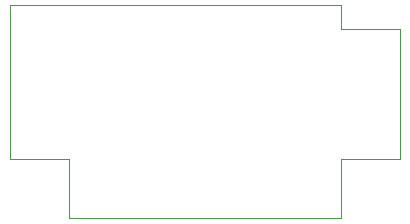
<source format=gbr>
%TF.GenerationSoftware,KiCad,Pcbnew,7.0.2*%
%TF.CreationDate,2023-05-18T15:11:27-04:00*%
%TF.ProjectId,smartpir,736d6172-7470-4697-922e-6b696361645f,rev?*%
%TF.SameCoordinates,Original*%
%TF.FileFunction,Profile,NP*%
%FSLAX46Y46*%
G04 Gerber Fmt 4.6, Leading zero omitted, Abs format (unit mm)*
G04 Created by KiCad (PCBNEW 7.0.2) date 2023-05-18 15:11:27*
%MOMM*%
%LPD*%
G01*
G04 APERTURE LIST*
%TA.AperFunction,Profile*%
%ADD10C,0.100000*%
%TD*%
G04 APERTURE END LIST*
D10*
X128000000Y-102000000D02*
X128000000Y-100000000D01*
X133000000Y-102000000D02*
X128000000Y-102000000D01*
X128000000Y-113000000D02*
X128000000Y-118000000D01*
X100000000Y-113000000D02*
X100000000Y-100000000D01*
X133000000Y-102000000D02*
X133000000Y-113000000D01*
X128000000Y-118000000D02*
X105000000Y-118000000D01*
X100000000Y-100000000D02*
X128000000Y-100000000D01*
X105000000Y-118000000D02*
X105000000Y-113000000D01*
X105000000Y-113000000D02*
X100000000Y-113000000D01*
X133000000Y-113000000D02*
X128000000Y-113000000D01*
M02*

</source>
